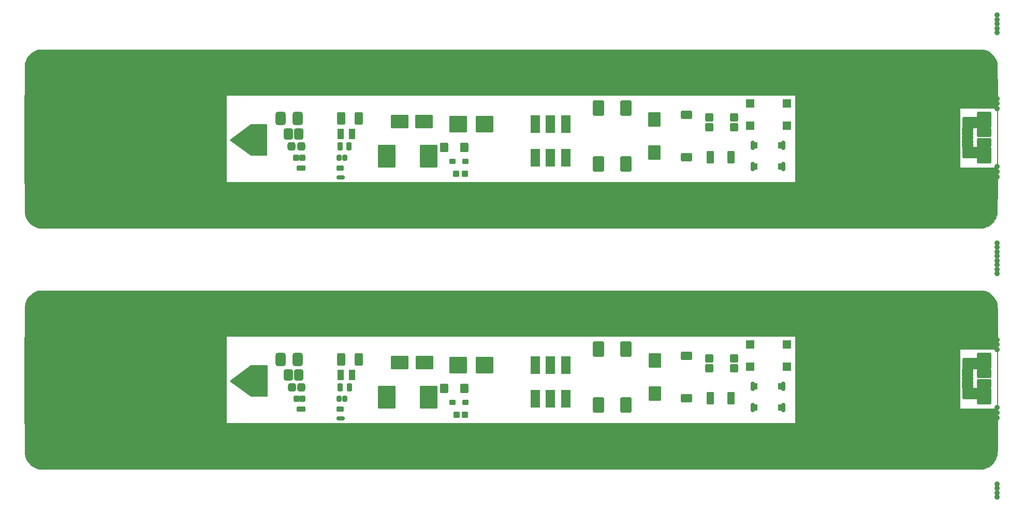
<source format=gbr>
G04 #@! TF.GenerationSoftware,KiCad,Pcbnew,8.0.2*
G04 #@! TF.CreationDate,2024-05-24T17:56:23+01:00*
G04 #@! TF.ProjectId,ruler,72756c65-722e-46b6-9963-61645f706362,rev?*
G04 #@! TF.SameCoordinates,Original*
G04 #@! TF.FileFunction,Soldermask,Top*
G04 #@! TF.FilePolarity,Negative*
%FSLAX45Y45*%
G04 Gerber Fmt 4.5, Leading zero omitted, Abs format (unit mm)*
G04 Created by KiCad (PCBNEW 8.0.2) date 2024-05-24 17:56:23*
%MOMM*%
%LPD*%
G01*
G04 APERTURE LIST*
G04 Aperture macros list*
%AMRoundRect*
0 Rectangle with rounded corners*
0 $1 Rounding radius*
0 $2 $3 $4 $5 $6 $7 $8 $9 X,Y pos of 4 corners*
0 Add a 4 corners polygon primitive as box body*
4,1,4,$2,$3,$4,$5,$6,$7,$8,$9,$2,$3,0*
0 Add four circle primitives for the rounded corners*
1,1,$1+$1,$2,$3*
1,1,$1+$1,$4,$5*
1,1,$1+$1,$6,$7*
1,1,$1+$1,$8,$9*
0 Add four rect primitives between the rounded corners*
20,1,$1+$1,$2,$3,$4,$5,0*
20,1,$1+$1,$4,$5,$6,$7,0*
20,1,$1+$1,$6,$7,$8,$9,0*
20,1,$1+$1,$8,$9,$2,$3,0*%
%AMFreePoly0*
4,1,21,0.586777,0.680194,0.656366,0.624698,0.694986,0.544504,0.700000,0.500000,0.700000,-0.500000,0.680194,-0.586777,0.624698,-0.656366,0.544504,-0.694986,0.500000,-0.700000,-0.500000,-0.700000,-0.586777,-0.680194,-0.656366,-0.624698,-0.694986,-0.544504,-0.700000,-0.500000,-0.700000,0.500000,-0.680194,0.586777,-0.624698,0.656366,-0.544504,0.694986,-0.500000,0.700000,0.500000,0.700000,
0.586777,0.680194,0.586777,0.680194,$1*%
%AMFreePoly1*
4,1,45,0.127504,0.686810,0.264055,0.646715,0.315837,0.623066,0.435559,0.546125,0.478580,0.508847,0.571777,0.401292,0.602554,0.353402,0.661673,0.223948,0.677710,0.169330,0.697964,0.028464,0.697964,-0.028464,0.677710,-0.169330,0.661673,-0.223948,0.602554,-0.353402,0.571777,-0.401292,0.478580,-0.508847,0.435559,-0.546125,0.315837,-0.623066,0.264055,-0.646715,0.127504,-0.686810,
0.071157,-0.694911,-0.071157,-0.694911,-0.127504,-0.686810,-0.264055,-0.646715,-0.315837,-0.623066,-0.435559,-0.546125,-0.478580,-0.508847,-0.571777,-0.401292,-0.602554,-0.353402,-0.661673,-0.223948,-0.677710,-0.169330,-0.697964,-0.028464,-0.697964,0.028464,-0.677710,0.169330,-0.661673,0.223948,-0.602554,0.353402,-0.571777,0.401292,-0.478580,0.508847,-0.435559,0.546125,-0.315837,0.623066,
-0.264055,0.646715,-0.127504,0.686810,-0.071157,0.694911,0.071157,0.694911,0.127504,0.686810,0.127504,0.686810,$1*%
G04 Aperture macros list end*
%ADD10C,0.150000*%
%ADD11C,0.010000*%
%ADD12RoundRect,0.200000X-0.450000X-0.600000X0.450000X-0.600000X0.450000X0.600000X-0.450000X0.600000X0*%
%ADD13RoundRect,0.200000X0.200000X0.300000X-0.200000X0.300000X-0.200000X-0.300000X0.200000X-0.300000X0*%
%ADD14FreePoly0,180.000000*%
%ADD15FreePoly1,180.000000*%
%ADD16RoundRect,0.200000X0.450000X0.850000X-0.450000X0.850000X-0.450000X-0.850000X0.450000X-0.850000X0*%
%ADD17RoundRect,0.200000X0.140000X0.215000X-0.140000X0.215000X-0.140000X-0.215000X0.140000X-0.215000X0*%
%ADD18RoundRect,0.200000X0.350000X0.650000X-0.350000X0.650000X-0.350000X-0.650000X0.350000X-0.650000X0*%
%ADD19RoundRect,0.200000X0.250000X0.450000X-0.250000X0.450000X-0.250000X-0.450000X0.250000X-0.450000X0*%
%ADD20RoundRect,0.200000X0.948690X-1.187450X0.948690X1.187450X-0.948690X1.187450X-0.948690X-1.187450X0*%
%ADD21RoundRect,0.200000X1.050290X-0.736600X1.050290X0.736600X-1.050290X0.736600X-1.050290X-0.736600X0*%
%ADD22RoundRect,0.200000X0.948690X-0.586740X0.948690X0.586740X-0.948690X0.586740X-0.948690X-0.586740X0*%
%ADD23RoundRect,0.200000X0.689610X-0.224790X0.689610X0.224790X-0.689610X0.224790X-0.689610X-0.224790X0*%
%ADD24C,0.900000*%
%ADD25RoundRect,0.175000X0.235000X0.175000X-0.235000X0.175000X-0.235000X-0.175000X0.235000X-0.175000X0*%
%ADD26RoundRect,0.200000X-0.245000X-0.200000X0.245000X-0.200000X0.245000X0.200000X-0.245000X0.200000X0*%
%ADD27RoundRect,0.200000X0.400000X0.850000X-0.400000X0.850000X-0.400000X-0.850000X0.400000X-0.850000X0*%
%ADD28RoundRect,0.200000X0.100000X0.550000X-0.100000X0.550000X-0.100000X-0.550000X0.100000X-0.550000X0*%
%ADD29RoundRect,0.200000X0.250000X0.350000X-0.250000X0.350000X-0.250000X-0.350000X0.250000X-0.350000X0*%
%ADD30RoundRect,0.200000X-0.800000X1.000000X-0.800000X-1.000000X0.800000X-1.000000X0.800000X1.000000X0*%
%ADD31RoundRect,0.200000X0.700000X1.050000X-0.700000X1.050000X-0.700000X-1.050000X0.700000X-1.050000X0*%
%ADD32RoundRect,0.200000X0.500380X0.500380X-0.500380X0.500380X-0.500380X-0.500380X0.500380X-0.500380X0*%
%ADD33RoundRect,0.200000X0.300000X0.350000X-0.300000X0.350000X-0.300000X-0.350000X0.300000X-0.350000X0*%
%ADD34RoundRect,0.200000X-1.250000X-0.900000X1.250000X-0.900000X1.250000X0.900000X-1.250000X0.900000X0*%
%ADD35RoundRect,0.200000X0.450000X0.500000X-0.450000X0.500000X-0.450000X-0.500000X0.450000X-0.500000X0*%
%ADD36RoundRect,0.200000X-1.250000X-1.150000X1.250000X-1.150000X1.250000X1.150000X-1.250000X1.150000X0*%
%ADD37RoundRect,0.200000X0.600000X1.250000X-0.600000X1.250000X-0.600000X-1.250000X0.600000X-1.250000X0*%
%ADD38RoundRect,0.200000X1.250000X-1.650000X1.250000X1.650000X-1.250000X1.650000X-1.250000X-1.650000X0*%
%ADD39RoundRect,0.200000X-0.300000X-0.225000X0.300000X-0.225000X0.300000X0.225000X-0.300000X0.225000X0*%
%ADD40RoundRect,0.200000X-0.700000X0.500000X-0.700000X-0.500000X0.700000X-0.500000X0.700000X0.500000X0*%
%ADD41RoundRect,0.330000X-0.495000X-0.745000X0.495000X-0.745000X0.495000X0.745000X-0.495000X0.745000X0*%
%ADD42RoundRect,0.336955X-0.438045X-0.563045X0.438045X-0.563045X0.438045X0.563045X-0.438045X0.563045X0*%
%ADD43RoundRect,0.318750X-0.318750X-0.356250X0.318750X-0.356250X0.318750X0.356250X-0.318750X0.356250X0*%
%ADD44RoundRect,0.250000X-0.250000X-0.270000X0.250000X-0.270000X0.250000X0.270000X-0.250000X0.270000X0*%
G04 APERTURE END LIST*
D10*
X10223084Y-10900000D02*
X9883084Y-10650000D01*
X10223084Y-10400000D01*
X10223084Y-10900000D01*
G36*
X10223084Y-10900000D02*
G01*
X9883084Y-10650000D01*
X10223084Y-10400000D01*
X10223084Y-10900000D01*
G37*
X10255084Y-10900000D02*
X10223084Y-10900000D01*
X10223084Y-10400000D01*
X10255084Y-10400000D01*
X10255084Y-10900000D01*
G36*
X10255084Y-10900000D02*
G01*
X10223084Y-10900000D01*
X10223084Y-10400000D01*
X10255084Y-10400000D01*
X10255084Y-10900000D01*
G37*
X10483084Y-10780000D02*
X10483084Y-10900000D01*
X10253084Y-10900000D01*
X10253084Y-10400000D01*
X10483084Y-10400000D01*
X10483084Y-10780000D01*
G36*
X10483084Y-10780000D02*
G01*
X10483084Y-10900000D01*
X10253084Y-10900000D01*
X10253084Y-10400000D01*
X10483084Y-10400000D01*
X10483084Y-10780000D01*
G37*
D11*
X22227452Y-9178421D02*
X22242759Y-9183574D01*
X22259913Y-9190723D01*
X22277569Y-9199205D01*
X22294386Y-9208357D01*
X22309021Y-9217516D01*
X22314498Y-9221433D01*
X22341246Y-9244190D01*
X22364837Y-9269694D01*
X22385141Y-9297734D01*
X22402026Y-9328096D01*
X22415363Y-9360568D01*
X22425020Y-9394938D01*
X22426957Y-9404395D01*
X22427219Y-9405931D01*
X22427469Y-9407770D01*
X22427706Y-9410014D01*
X22427931Y-9412767D01*
X22428145Y-9416133D01*
X22428347Y-9420216D01*
X22428538Y-9425119D01*
X22428718Y-9430946D01*
X22428887Y-9437800D01*
X22429047Y-9445785D01*
X22429196Y-9455004D01*
X22429336Y-9465562D01*
X22429467Y-9477561D01*
X22429589Y-9491105D01*
X22429702Y-9506299D01*
X22429807Y-9523245D01*
X22429904Y-9542046D01*
X22429994Y-9562808D01*
X22430076Y-9585632D01*
X22430151Y-9610624D01*
X22430219Y-9637886D01*
X22430281Y-9667522D01*
X22430337Y-9699635D01*
X22430386Y-9734330D01*
X22430431Y-9771709D01*
X22430470Y-9811877D01*
X22430504Y-9854937D01*
X22430534Y-9900992D01*
X22430560Y-9950147D01*
X22430582Y-10002504D01*
X22430600Y-10058168D01*
X22430614Y-10117241D01*
X22430626Y-10179828D01*
X22430635Y-10246032D01*
X22430642Y-10315957D01*
X22430647Y-10389706D01*
X22430650Y-10467383D01*
X22430651Y-10549092D01*
X22430652Y-10630418D01*
X22430651Y-10715986D01*
X22430650Y-10797424D01*
X22430647Y-10874837D01*
X22430643Y-10948328D01*
X22430636Y-11018000D01*
X22430628Y-11083959D01*
X22430617Y-11146307D01*
X22430603Y-11205148D01*
X22430585Y-11260587D01*
X22430564Y-11312727D01*
X22430540Y-11361672D01*
X22430511Y-11407525D01*
X22430477Y-11450391D01*
X22430439Y-11490374D01*
X22430395Y-11527576D01*
X22430346Y-11562103D01*
X22430291Y-11594057D01*
X22430230Y-11623544D01*
X22430163Y-11650665D01*
X22430089Y-11675526D01*
X22430007Y-11698230D01*
X22429919Y-11718882D01*
X22429822Y-11737583D01*
X22429718Y-11754440D01*
X22429605Y-11769555D01*
X22429483Y-11783032D01*
X22429352Y-11794975D01*
X22429212Y-11805489D01*
X22429063Y-11814676D01*
X22428903Y-11822640D01*
X22428733Y-11829486D01*
X22428553Y-11835317D01*
X22428361Y-11840237D01*
X22428158Y-11844351D01*
X22427944Y-11847760D01*
X22427718Y-11850570D01*
X22427479Y-11852885D01*
X22427228Y-11854808D01*
X22426964Y-11856442D01*
X22426857Y-11857027D01*
X22419289Y-11887667D01*
X22408374Y-11918052D01*
X22394598Y-11947031D01*
X22378445Y-11973449D01*
X22377026Y-11975472D01*
X22367546Y-11987647D01*
X22355760Y-12000965D01*
X22342740Y-12014342D01*
X22329557Y-12026691D01*
X22317283Y-12036928D01*
X22313765Y-12039550D01*
X22286877Y-12056939D01*
X22259389Y-12070675D01*
X22230153Y-12081300D01*
X22218224Y-12084667D01*
X22198413Y-12089860D01*
X14477574Y-12089720D01*
X6756735Y-12089581D01*
X6737685Y-12084764D01*
X6705407Y-12074476D01*
X6675008Y-12060533D01*
X6646717Y-12043182D01*
X6620767Y-12022667D01*
X6597388Y-11999234D01*
X6576811Y-11973129D01*
X6559268Y-11944597D01*
X6544990Y-11913884D01*
X6534208Y-11881235D01*
X6530236Y-11864435D01*
X6529124Y-11858660D01*
X6528129Y-11852537D01*
X6527246Y-11845812D01*
X6526466Y-11838232D01*
X6525785Y-11829543D01*
X6525195Y-11819490D01*
X6524690Y-11807819D01*
X6524264Y-11794277D01*
X6523910Y-11778609D01*
X6523622Y-11760562D01*
X6523393Y-11739882D01*
X6523217Y-11716314D01*
X6523088Y-11689604D01*
X6522998Y-11659499D01*
X6522942Y-11625745D01*
X6522913Y-11588087D01*
X6522908Y-11576039D01*
X6522876Y-11535658D01*
X6522805Y-11499288D01*
X6522694Y-11466952D01*
X6522545Y-11438675D01*
X6522358Y-11414481D01*
X6522132Y-11394393D01*
X6521868Y-11378435D01*
X6521567Y-11366631D01*
X6521228Y-11359005D01*
X6520851Y-11355581D01*
X6520727Y-11355377D01*
X6520504Y-11353261D01*
X6520294Y-11346915D01*
X6520215Y-11342677D01*
X9820610Y-11342677D01*
X19121243Y-11342677D01*
X19121243Y-11105610D01*
X21817877Y-11105610D01*
X22427477Y-11105610D01*
X22427477Y-10129827D01*
X21817877Y-10129827D01*
X21817877Y-11105610D01*
X19121243Y-11105610D01*
X19121243Y-10129827D01*
X19121243Y-9920277D01*
X9820610Y-9920277D01*
X9820610Y-11342677D01*
X6520215Y-11342677D01*
X6520097Y-11336345D01*
X6519911Y-11321553D01*
X6519738Y-11302544D01*
X6519577Y-11279322D01*
X6519429Y-11251890D01*
X6519292Y-11220254D01*
X6519169Y-11184416D01*
X6519057Y-11144382D01*
X6518958Y-11100154D01*
X6518871Y-11051737D01*
X6518797Y-10999135D01*
X6518735Y-10942352D01*
X6518685Y-10881393D01*
X6518648Y-10816260D01*
X6518624Y-10746958D01*
X6518611Y-10673492D01*
X6518610Y-10636768D01*
X6518616Y-10561305D01*
X6518635Y-10490005D01*
X6518666Y-10422871D01*
X6518710Y-10359909D01*
X6518766Y-10301122D01*
X6518834Y-10246514D01*
X6518915Y-10196089D01*
X6519008Y-10149851D01*
X6519113Y-10107804D01*
X6519231Y-10069952D01*
X6519362Y-10036299D01*
X6519504Y-10006850D01*
X6519659Y-9981608D01*
X6519826Y-9960577D01*
X6520006Y-9943762D01*
X6520198Y-9931166D01*
X6520402Y-9922793D01*
X6520533Y-9920277D01*
X6520618Y-9918647D01*
X6520727Y-9918160D01*
X6521110Y-9916047D01*
X6521456Y-9909724D01*
X6521766Y-9899214D01*
X6522040Y-9884539D01*
X6522276Y-9865722D01*
X6522475Y-9842786D01*
X6522637Y-9815755D01*
X6522761Y-9784650D01*
X6522847Y-9749495D01*
X6522896Y-9710313D01*
X6522905Y-9691148D01*
X6522932Y-9659877D01*
X6522994Y-9629374D01*
X6523088Y-9599958D01*
X6523212Y-9571948D01*
X6523364Y-9545662D01*
X6523540Y-9521419D01*
X6523739Y-9499538D01*
X6523957Y-9480337D01*
X6524193Y-9464135D01*
X6524443Y-9451251D01*
X6524704Y-9442003D01*
X6524941Y-9437153D01*
X6529138Y-9402860D01*
X6536626Y-9370799D01*
X6547566Y-9340350D01*
X6553576Y-9327177D01*
X6570735Y-9296632D01*
X6591101Y-9268782D01*
X6614487Y-9243796D01*
X6640704Y-9221840D01*
X6669565Y-9203082D01*
X6700881Y-9187688D01*
X6717577Y-9181243D01*
X6737685Y-9174152D01*
X14473043Y-9173599D01*
X22208402Y-9173046D01*
X22227452Y-9178421D01*
G36*
X22227452Y-9178421D02*
G01*
X22242759Y-9183574D01*
X22259913Y-9190723D01*
X22277569Y-9199205D01*
X22294386Y-9208357D01*
X22309021Y-9217516D01*
X22314498Y-9221433D01*
X22341246Y-9244190D01*
X22364837Y-9269694D01*
X22385141Y-9297734D01*
X22402026Y-9328096D01*
X22415363Y-9360568D01*
X22425020Y-9394938D01*
X22426957Y-9404395D01*
X22427219Y-9405931D01*
X22427469Y-9407770D01*
X22427706Y-9410014D01*
X22427931Y-9412767D01*
X22428145Y-9416133D01*
X22428347Y-9420216D01*
X22428538Y-9425119D01*
X22428718Y-9430946D01*
X22428887Y-9437800D01*
X22429047Y-9445785D01*
X22429196Y-9455004D01*
X22429336Y-9465562D01*
X22429467Y-9477561D01*
X22429589Y-9491105D01*
X22429702Y-9506299D01*
X22429807Y-9523245D01*
X22429904Y-9542046D01*
X22429994Y-9562808D01*
X22430076Y-9585632D01*
X22430151Y-9610624D01*
X22430219Y-9637886D01*
X22430281Y-9667522D01*
X22430337Y-9699635D01*
X22430386Y-9734330D01*
X22430431Y-9771709D01*
X22430470Y-9811877D01*
X22430504Y-9854937D01*
X22430534Y-9900992D01*
X22430560Y-9950147D01*
X22430582Y-10002504D01*
X22430600Y-10058168D01*
X22430614Y-10117241D01*
X22430626Y-10179828D01*
X22430635Y-10246032D01*
X22430642Y-10315957D01*
X22430647Y-10389706D01*
X22430650Y-10467383D01*
X22430651Y-10549092D01*
X22430652Y-10630418D01*
X22430651Y-10715986D01*
X22430650Y-10797424D01*
X22430647Y-10874837D01*
X22430643Y-10948328D01*
X22430636Y-11018000D01*
X22430628Y-11083959D01*
X22430617Y-11146307D01*
X22430603Y-11205148D01*
X22430585Y-11260587D01*
X22430564Y-11312727D01*
X22430540Y-11361672D01*
X22430511Y-11407525D01*
X22430477Y-11450391D01*
X22430439Y-11490374D01*
X22430395Y-11527576D01*
X22430346Y-11562103D01*
X22430291Y-11594057D01*
X22430230Y-11623544D01*
X22430163Y-11650665D01*
X22430089Y-11675526D01*
X22430007Y-11698230D01*
X22429919Y-11718882D01*
X22429822Y-11737583D01*
X22429718Y-11754440D01*
X22429605Y-11769555D01*
X22429483Y-11783032D01*
X22429352Y-11794975D01*
X22429212Y-11805489D01*
X22429063Y-11814676D01*
X22428903Y-11822640D01*
X22428733Y-11829486D01*
X22428553Y-11835317D01*
X22428361Y-11840237D01*
X22428158Y-11844351D01*
X22427944Y-11847760D01*
X22427718Y-11850570D01*
X22427479Y-11852885D01*
X22427228Y-11854808D01*
X22426964Y-11856442D01*
X22426857Y-11857027D01*
X22419289Y-11887667D01*
X22408374Y-11918052D01*
X22394598Y-11947031D01*
X22378445Y-11973449D01*
X22377026Y-11975472D01*
X22367546Y-11987647D01*
X22355760Y-12000965D01*
X22342740Y-12014342D01*
X22329557Y-12026691D01*
X22317283Y-12036928D01*
X22313765Y-12039550D01*
X22286877Y-12056939D01*
X22259389Y-12070675D01*
X22230153Y-12081300D01*
X22218224Y-12084667D01*
X22198413Y-12089860D01*
X14477574Y-12089720D01*
X6756735Y-12089581D01*
X6737685Y-12084764D01*
X6705407Y-12074476D01*
X6675008Y-12060533D01*
X6646717Y-12043182D01*
X6620767Y-12022667D01*
X6597388Y-11999234D01*
X6576811Y-11973129D01*
X6559268Y-11944597D01*
X6544990Y-11913884D01*
X6534208Y-11881235D01*
X6530236Y-11864435D01*
X6529124Y-11858660D01*
X6528129Y-11852537D01*
X6527246Y-11845812D01*
X6526466Y-11838232D01*
X6525785Y-11829543D01*
X6525195Y-11819490D01*
X6524690Y-11807819D01*
X6524264Y-11794277D01*
X6523910Y-11778609D01*
X6523622Y-11760562D01*
X6523393Y-11739882D01*
X6523217Y-11716314D01*
X6523088Y-11689604D01*
X6522998Y-11659499D01*
X6522942Y-11625745D01*
X6522913Y-11588087D01*
X6522908Y-11576039D01*
X6522876Y-11535658D01*
X6522805Y-11499288D01*
X6522694Y-11466952D01*
X6522545Y-11438675D01*
X6522358Y-11414481D01*
X6522132Y-11394393D01*
X6521868Y-11378435D01*
X6521567Y-11366631D01*
X6521228Y-11359005D01*
X6520851Y-11355581D01*
X6520727Y-11355377D01*
X6520504Y-11353261D01*
X6520294Y-11346915D01*
X6520215Y-11342677D01*
X9820610Y-11342677D01*
X19121243Y-11342677D01*
X19121243Y-11105610D01*
X21817877Y-11105610D01*
X22427477Y-11105610D01*
X22427477Y-10129827D01*
X21817877Y-10129827D01*
X21817877Y-11105610D01*
X19121243Y-11105610D01*
X19121243Y-10129827D01*
X19121243Y-9920277D01*
X9820610Y-9920277D01*
X9820610Y-11342677D01*
X6520215Y-11342677D01*
X6520097Y-11336345D01*
X6519911Y-11321553D01*
X6519738Y-11302544D01*
X6519577Y-11279322D01*
X6519429Y-11251890D01*
X6519292Y-11220254D01*
X6519169Y-11184416D01*
X6519057Y-11144382D01*
X6518958Y-11100154D01*
X6518871Y-11051737D01*
X6518797Y-10999135D01*
X6518735Y-10942352D01*
X6518685Y-10881393D01*
X6518648Y-10816260D01*
X6518624Y-10746958D01*
X6518611Y-10673492D01*
X6518610Y-10636768D01*
X6518616Y-10561305D01*
X6518635Y-10490005D01*
X6518666Y-10422871D01*
X6518710Y-10359909D01*
X6518766Y-10301122D01*
X6518834Y-10246514D01*
X6518915Y-10196089D01*
X6519008Y-10149851D01*
X6519113Y-10107804D01*
X6519231Y-10069952D01*
X6519362Y-10036299D01*
X6519504Y-10006850D01*
X6519659Y-9981608D01*
X6519826Y-9960577D01*
X6520006Y-9943762D01*
X6520198Y-9931166D01*
X6520402Y-9922793D01*
X6520533Y-9920277D01*
X6520618Y-9918647D01*
X6520727Y-9918160D01*
X6521110Y-9916047D01*
X6521456Y-9909724D01*
X6521766Y-9899214D01*
X6522040Y-9884539D01*
X6522276Y-9865722D01*
X6522475Y-9842786D01*
X6522637Y-9815755D01*
X6522761Y-9784650D01*
X6522847Y-9749495D01*
X6522896Y-9710313D01*
X6522905Y-9691148D01*
X6522932Y-9659877D01*
X6522994Y-9629374D01*
X6523088Y-9599958D01*
X6523212Y-9571948D01*
X6523364Y-9545662D01*
X6523540Y-9521419D01*
X6523739Y-9499538D01*
X6523957Y-9480337D01*
X6524193Y-9464135D01*
X6524443Y-9451251D01*
X6524704Y-9442003D01*
X6524941Y-9437153D01*
X6529138Y-9402860D01*
X6536626Y-9370799D01*
X6547566Y-9340350D01*
X6553576Y-9327177D01*
X6570735Y-9296632D01*
X6591101Y-9268782D01*
X6614487Y-9243796D01*
X6640704Y-9221840D01*
X6669565Y-9203082D01*
X6700881Y-9187688D01*
X6717577Y-9181243D01*
X6737685Y-9174152D01*
X14473043Y-9173599D01*
X22208402Y-9173046D01*
X22227452Y-9178421D01*
G37*
D10*
X10224084Y-14845400D02*
X9884084Y-14595400D01*
X10224084Y-14345400D01*
X10224084Y-14845400D01*
G36*
X10224084Y-14845400D02*
G01*
X9884084Y-14595400D01*
X10224084Y-14345400D01*
X10224084Y-14845400D01*
G37*
X10256084Y-14845400D02*
X10224084Y-14845400D01*
X10224084Y-14345400D01*
X10256084Y-14345400D01*
X10256084Y-14845400D01*
G36*
X10256084Y-14845400D02*
G01*
X10224084Y-14845400D01*
X10224084Y-14345400D01*
X10256084Y-14345400D01*
X10256084Y-14845400D01*
G37*
X10484084Y-14725400D02*
X10484084Y-14845400D01*
X10254084Y-14845400D01*
X10254084Y-14345400D01*
X10484084Y-14345400D01*
X10484084Y-14725400D01*
G36*
X10484084Y-14725400D02*
G01*
X10484084Y-14845400D01*
X10254084Y-14845400D01*
X10254084Y-14345400D01*
X10484084Y-14345400D01*
X10484084Y-14725400D01*
G37*
D11*
X22228452Y-13123821D02*
X22243759Y-13128973D01*
X22260913Y-13136122D01*
X22278569Y-13144605D01*
X22295386Y-13153757D01*
X22310021Y-13162916D01*
X22315498Y-13166833D01*
X22342246Y-13189590D01*
X22365837Y-13215094D01*
X22386141Y-13243133D01*
X22403026Y-13273495D01*
X22416363Y-13305968D01*
X22426020Y-13340338D01*
X22427957Y-13349795D01*
X22428219Y-13351331D01*
X22428469Y-13353170D01*
X22428706Y-13355414D01*
X22428931Y-13358167D01*
X22429145Y-13361533D01*
X22429347Y-13365616D01*
X22429538Y-13370519D01*
X22429718Y-13376346D01*
X22429887Y-13383200D01*
X22430047Y-13391185D01*
X22430196Y-13400404D01*
X22430336Y-13410962D01*
X22430467Y-13422961D01*
X22430589Y-13436505D01*
X22430702Y-13451699D01*
X22430807Y-13468644D01*
X22430904Y-13487446D01*
X22430994Y-13508208D01*
X22431076Y-13531032D01*
X22431151Y-13556024D01*
X22431219Y-13583286D01*
X22431281Y-13612922D01*
X22431337Y-13645035D01*
X22431386Y-13679730D01*
X22431431Y-13717109D01*
X22431470Y-13757277D01*
X22431504Y-13800337D01*
X22431534Y-13846392D01*
X22431560Y-13895547D01*
X22431582Y-13947904D01*
X22431600Y-14003567D01*
X22431614Y-14062641D01*
X22431626Y-14125228D01*
X22431635Y-14191432D01*
X22431642Y-14261357D01*
X22431647Y-14335106D01*
X22431650Y-14412783D01*
X22431651Y-14494492D01*
X22431652Y-14575818D01*
X22431651Y-14661386D01*
X22431650Y-14742824D01*
X22431647Y-14820237D01*
X22431643Y-14893728D01*
X22431636Y-14963400D01*
X22431628Y-15029359D01*
X22431617Y-15091707D01*
X22431603Y-15150548D01*
X22431585Y-15205987D01*
X22431564Y-15258127D01*
X22431540Y-15307072D01*
X22431511Y-15352925D01*
X22431477Y-15395791D01*
X22431439Y-15435774D01*
X22431395Y-15472976D01*
X22431346Y-15507503D01*
X22431291Y-15539457D01*
X22431230Y-15568944D01*
X22431163Y-15596065D01*
X22431089Y-15620926D01*
X22431007Y-15643630D01*
X22430919Y-15664282D01*
X22430822Y-15682983D01*
X22430718Y-15699840D01*
X22430605Y-15714955D01*
X22430483Y-15728432D01*
X22430352Y-15740375D01*
X22430212Y-15750889D01*
X22430063Y-15760076D01*
X22429903Y-15768040D01*
X22429733Y-15774886D01*
X22429553Y-15780717D01*
X22429361Y-15785637D01*
X22429158Y-15789751D01*
X22428944Y-15793160D01*
X22428718Y-15795970D01*
X22428479Y-15798285D01*
X22428228Y-15800208D01*
X22427964Y-15801842D01*
X22427857Y-15802427D01*
X22420289Y-15833067D01*
X22409374Y-15863452D01*
X22395598Y-15892431D01*
X22379445Y-15918849D01*
X22378026Y-15920872D01*
X22368546Y-15933047D01*
X22356760Y-15946365D01*
X22343740Y-15959742D01*
X22330557Y-15972091D01*
X22318283Y-15982328D01*
X22314765Y-15984950D01*
X22287877Y-16002339D01*
X22260389Y-16016075D01*
X22231153Y-16026700D01*
X22219224Y-16030067D01*
X22199413Y-16035260D01*
X14478574Y-16035120D01*
X6757735Y-16034981D01*
X6738685Y-16030164D01*
X6706407Y-16019876D01*
X6676008Y-16005933D01*
X6647717Y-15988582D01*
X6621767Y-15968067D01*
X6598388Y-15944634D01*
X6577811Y-15918529D01*
X6560268Y-15889997D01*
X6545990Y-15859284D01*
X6535208Y-15826635D01*
X6531236Y-15809835D01*
X6530124Y-15804060D01*
X6529129Y-15797937D01*
X6528246Y-15791212D01*
X6527466Y-15783632D01*
X6526785Y-15774943D01*
X6526195Y-15764890D01*
X6525690Y-15753219D01*
X6525264Y-15739677D01*
X6524910Y-15724009D01*
X6524622Y-15705962D01*
X6524393Y-15685282D01*
X6524217Y-15661714D01*
X6524088Y-15635004D01*
X6523998Y-15604899D01*
X6523942Y-15571145D01*
X6523913Y-15533487D01*
X6523908Y-15521439D01*
X6523876Y-15481058D01*
X6523805Y-15444688D01*
X6523694Y-15412352D01*
X6523545Y-15384075D01*
X6523358Y-15359881D01*
X6523132Y-15339793D01*
X6522868Y-15323835D01*
X6522567Y-15312031D01*
X6522228Y-15304405D01*
X6521851Y-15300981D01*
X6521727Y-15300777D01*
X6521504Y-15298661D01*
X6521294Y-15292315D01*
X6521215Y-15288077D01*
X9821610Y-15288077D01*
X19122243Y-15288077D01*
X19122243Y-15051010D01*
X21818877Y-15051010D01*
X22428477Y-15051010D01*
X22428477Y-14075227D01*
X21818877Y-14075227D01*
X21818877Y-15051010D01*
X19122243Y-15051010D01*
X19122243Y-14075227D01*
X19122243Y-13865677D01*
X9821610Y-13865677D01*
X9821610Y-15288077D01*
X6521215Y-15288077D01*
X6521097Y-15281745D01*
X6520911Y-15266953D01*
X6520738Y-15247944D01*
X6520577Y-15224722D01*
X6520429Y-15197290D01*
X6520292Y-15165654D01*
X6520169Y-15129816D01*
X6520057Y-15089782D01*
X6519958Y-15045554D01*
X6519871Y-14997137D01*
X6519797Y-14944535D01*
X6519735Y-14887752D01*
X6519685Y-14826793D01*
X6519648Y-14761660D01*
X6519624Y-14692358D01*
X6519611Y-14618892D01*
X6519610Y-14582168D01*
X6519616Y-14506705D01*
X6519635Y-14435405D01*
X6519666Y-14368271D01*
X6519710Y-14305309D01*
X6519766Y-14246522D01*
X6519834Y-14191914D01*
X6519915Y-14141488D01*
X6520008Y-14095250D01*
X6520113Y-14053204D01*
X6520231Y-14015352D01*
X6520362Y-13981699D01*
X6520504Y-13952250D01*
X6520659Y-13927008D01*
X6520826Y-13905977D01*
X6521006Y-13889162D01*
X6521198Y-13876565D01*
X6521402Y-13868193D01*
X6521533Y-13865677D01*
X6521618Y-13864047D01*
X6521727Y-13863560D01*
X6522110Y-13861447D01*
X6522456Y-13855124D01*
X6522766Y-13844614D01*
X6523040Y-13829938D01*
X6523276Y-13811122D01*
X6523475Y-13788186D01*
X6523637Y-13761155D01*
X6523761Y-13730050D01*
X6523847Y-13694895D01*
X6523896Y-13655713D01*
X6523905Y-13636547D01*
X6523932Y-13605277D01*
X6523994Y-13574774D01*
X6524088Y-13545358D01*
X6524212Y-13517348D01*
X6524364Y-13491062D01*
X6524540Y-13466819D01*
X6524739Y-13444938D01*
X6524957Y-13425737D01*
X6525193Y-13409535D01*
X6525443Y-13396651D01*
X6525704Y-13387403D01*
X6525941Y-13382553D01*
X6530138Y-13348260D01*
X6537626Y-13316199D01*
X6548566Y-13285750D01*
X6554576Y-13272576D01*
X6571735Y-13242032D01*
X6592101Y-13214182D01*
X6615487Y-13189196D01*
X6641704Y-13167240D01*
X6670565Y-13148482D01*
X6701881Y-13133088D01*
X6718577Y-13126643D01*
X6738685Y-13119552D01*
X14474043Y-13118999D01*
X22209402Y-13118446D01*
X22228452Y-13123821D01*
G36*
X22228452Y-13123821D02*
G01*
X22243759Y-13128973D01*
X22260913Y-13136122D01*
X22278569Y-13144605D01*
X22295386Y-13153757D01*
X22310021Y-13162916D01*
X22315498Y-13166833D01*
X22342246Y-13189590D01*
X22365837Y-13215094D01*
X22386141Y-13243133D01*
X22403026Y-13273495D01*
X22416363Y-13305968D01*
X22426020Y-13340338D01*
X22427957Y-13349795D01*
X22428219Y-13351331D01*
X22428469Y-13353170D01*
X22428706Y-13355414D01*
X22428931Y-13358167D01*
X22429145Y-13361533D01*
X22429347Y-13365616D01*
X22429538Y-13370519D01*
X22429718Y-13376346D01*
X22429887Y-13383200D01*
X22430047Y-13391185D01*
X22430196Y-13400404D01*
X22430336Y-13410962D01*
X22430467Y-13422961D01*
X22430589Y-13436505D01*
X22430702Y-13451699D01*
X22430807Y-13468644D01*
X22430904Y-13487446D01*
X22430994Y-13508208D01*
X22431076Y-13531032D01*
X22431151Y-13556024D01*
X22431219Y-13583286D01*
X22431281Y-13612922D01*
X22431337Y-13645035D01*
X22431386Y-13679730D01*
X22431431Y-13717109D01*
X22431470Y-13757277D01*
X22431504Y-13800337D01*
X22431534Y-13846392D01*
X22431560Y-13895547D01*
X22431582Y-13947904D01*
X22431600Y-14003567D01*
X22431614Y-14062641D01*
X22431626Y-14125228D01*
X22431635Y-14191432D01*
X22431642Y-14261357D01*
X22431647Y-14335106D01*
X22431650Y-14412783D01*
X22431651Y-14494492D01*
X22431652Y-14575818D01*
X22431651Y-14661386D01*
X22431650Y-14742824D01*
X22431647Y-14820237D01*
X22431643Y-14893728D01*
X22431636Y-14963400D01*
X22431628Y-15029359D01*
X22431617Y-15091707D01*
X22431603Y-15150548D01*
X22431585Y-15205987D01*
X22431564Y-15258127D01*
X22431540Y-15307072D01*
X22431511Y-15352925D01*
X22431477Y-15395791D01*
X22431439Y-15435774D01*
X22431395Y-15472976D01*
X22431346Y-15507503D01*
X22431291Y-15539457D01*
X22431230Y-15568944D01*
X22431163Y-15596065D01*
X22431089Y-15620926D01*
X22431007Y-15643630D01*
X22430919Y-15664282D01*
X22430822Y-15682983D01*
X22430718Y-15699840D01*
X22430605Y-15714955D01*
X22430483Y-15728432D01*
X22430352Y-15740375D01*
X22430212Y-15750889D01*
X22430063Y-15760076D01*
X22429903Y-15768040D01*
X22429733Y-15774886D01*
X22429553Y-15780717D01*
X22429361Y-15785637D01*
X22429158Y-15789751D01*
X22428944Y-15793160D01*
X22428718Y-15795970D01*
X22428479Y-15798285D01*
X22428228Y-15800208D01*
X22427964Y-15801842D01*
X22427857Y-15802427D01*
X22420289Y-15833067D01*
X22409374Y-15863452D01*
X22395598Y-15892431D01*
X22379445Y-15918849D01*
X22378026Y-15920872D01*
X22368546Y-15933047D01*
X22356760Y-15946365D01*
X22343740Y-15959742D01*
X22330557Y-15972091D01*
X22318283Y-15982328D01*
X22314765Y-15984950D01*
X22287877Y-16002339D01*
X22260389Y-16016075D01*
X22231153Y-16026700D01*
X22219224Y-16030067D01*
X22199413Y-16035260D01*
X14478574Y-16035120D01*
X6757735Y-16034981D01*
X6738685Y-16030164D01*
X6706407Y-16019876D01*
X6676008Y-16005933D01*
X6647717Y-15988582D01*
X6621767Y-15968067D01*
X6598388Y-15944634D01*
X6577811Y-15918529D01*
X6560268Y-15889997D01*
X6545990Y-15859284D01*
X6535208Y-15826635D01*
X6531236Y-15809835D01*
X6530124Y-15804060D01*
X6529129Y-15797937D01*
X6528246Y-15791212D01*
X6527466Y-15783632D01*
X6526785Y-15774943D01*
X6526195Y-15764890D01*
X6525690Y-15753219D01*
X6525264Y-15739677D01*
X6524910Y-15724009D01*
X6524622Y-15705962D01*
X6524393Y-15685282D01*
X6524217Y-15661714D01*
X6524088Y-15635004D01*
X6523998Y-15604899D01*
X6523942Y-15571145D01*
X6523913Y-15533487D01*
X6523908Y-15521439D01*
X6523876Y-15481058D01*
X6523805Y-15444688D01*
X6523694Y-15412352D01*
X6523545Y-15384075D01*
X6523358Y-15359881D01*
X6523132Y-15339793D01*
X6522868Y-15323835D01*
X6522567Y-15312031D01*
X6522228Y-15304405D01*
X6521851Y-15300981D01*
X6521727Y-15300777D01*
X6521504Y-15298661D01*
X6521294Y-15292315D01*
X6521215Y-15288077D01*
X9821610Y-15288077D01*
X19122243Y-15288077D01*
X19122243Y-15051010D01*
X21818877Y-15051010D01*
X22428477Y-15051010D01*
X22428477Y-14075227D01*
X21818877Y-14075227D01*
X21818877Y-15051010D01*
X19122243Y-15051010D01*
X19122243Y-14075227D01*
X19122243Y-13865677D01*
X9821610Y-13865677D01*
X9821610Y-15288077D01*
X6521215Y-15288077D01*
X6521097Y-15281745D01*
X6520911Y-15266953D01*
X6520738Y-15247944D01*
X6520577Y-15224722D01*
X6520429Y-15197290D01*
X6520292Y-15165654D01*
X6520169Y-15129816D01*
X6520057Y-15089782D01*
X6519958Y-15045554D01*
X6519871Y-14997137D01*
X6519797Y-14944535D01*
X6519735Y-14887752D01*
X6519685Y-14826793D01*
X6519648Y-14761660D01*
X6519624Y-14692358D01*
X6519611Y-14618892D01*
X6519610Y-14582168D01*
X6519616Y-14506705D01*
X6519635Y-14435405D01*
X6519666Y-14368271D01*
X6519710Y-14305309D01*
X6519766Y-14246522D01*
X6519834Y-14191914D01*
X6519915Y-14141488D01*
X6520008Y-14095250D01*
X6520113Y-14053204D01*
X6520231Y-14015352D01*
X6520362Y-13981699D01*
X6520504Y-13952250D01*
X6520659Y-13927008D01*
X6520826Y-13905977D01*
X6521006Y-13889162D01*
X6521198Y-13876565D01*
X6521402Y-13868193D01*
X6521533Y-13865677D01*
X6521618Y-13864047D01*
X6521727Y-13863560D01*
X6522110Y-13861447D01*
X6522456Y-13855124D01*
X6522766Y-13844614D01*
X6523040Y-13829938D01*
X6523276Y-13811122D01*
X6523475Y-13788186D01*
X6523637Y-13761155D01*
X6523761Y-13730050D01*
X6523847Y-13694895D01*
X6523896Y-13655713D01*
X6523905Y-13636547D01*
X6523932Y-13605277D01*
X6523994Y-13574774D01*
X6524088Y-13545358D01*
X6524212Y-13517348D01*
X6524364Y-13491062D01*
X6524540Y-13466819D01*
X6524739Y-13444938D01*
X6524957Y-13425737D01*
X6525193Y-13409535D01*
X6525443Y-13396651D01*
X6525704Y-13387403D01*
X6525941Y-13382553D01*
X6530138Y-13348260D01*
X6537626Y-13316199D01*
X6548566Y-13285750D01*
X6554576Y-13272576D01*
X6571735Y-13242032D01*
X6592101Y-13214182D01*
X6615487Y-13189196D01*
X6641704Y-13167240D01*
X6670565Y-13148482D01*
X6701881Y-13133088D01*
X6718577Y-13126643D01*
X6738685Y-13119552D01*
X14474043Y-13118999D01*
X22209402Y-13118446D01*
X22228452Y-13123821D01*
G37*
D12*
X13385600Y-10771600D03*
X13715600Y-10771600D03*
D13*
X11754200Y-10945000D03*
X11664200Y-10945000D03*
D14*
X10153074Y-10650000D03*
D15*
X10323000Y-10650000D03*
D16*
X11989200Y-10296400D03*
X11699200Y-10296400D03*
D17*
X11710200Y-11110000D03*
X11658200Y-11110000D03*
D18*
X11879200Y-10550400D03*
X11689200Y-10550400D03*
D19*
X11829200Y-10757550D03*
X11679200Y-10757550D03*
D20*
X22212000Y-10901658D03*
D21*
X21982130Y-10856446D03*
D22*
X22212000Y-10694140D03*
X22212000Y-10526500D03*
D21*
X21982130Y-10364194D03*
D20*
X22212000Y-10318982D03*
D23*
X21946062Y-10740368D03*
X21946062Y-10675344D03*
X21946062Y-10610320D03*
X21946062Y-10545296D03*
X21946062Y-10480272D03*
D24*
X22423147Y-8822389D03*
X22423147Y-8894676D03*
X22423147Y-8750102D03*
X22423147Y-12408449D03*
X22423147Y-12480736D03*
X22423147Y-12336162D03*
X22423147Y-9971831D03*
X22423147Y-10054864D03*
X22423147Y-10137899D03*
X22423147Y-11085668D03*
X22423147Y-11168701D03*
X22423147Y-11251735D03*
X22423444Y-8679382D03*
X22424691Y-8605794D03*
X22424691Y-12550870D03*
D25*
X11713200Y-11260000D03*
X11665200Y-11260000D03*
D26*
X11012900Y-11110000D03*
X11073900Y-11110000D03*
D27*
X18076400Y-10936200D03*
X17736400Y-10936200D03*
D28*
X18925100Y-11084400D03*
D29*
X18890100Y-11084400D03*
X18465100Y-11084400D03*
D28*
X18430100Y-11084400D03*
X18925100Y-10734400D03*
D29*
X18890100Y-10734400D03*
X18465100Y-10734400D03*
D28*
X18430100Y-10734400D03*
D30*
X16824800Y-10315800D03*
X16824800Y-10855800D03*
D31*
X15907500Y-11040800D03*
X15907500Y-10130800D03*
X16357500Y-11040800D03*
X16357500Y-10130800D03*
D32*
X18987574Y-10420312D03*
X18387626Y-10420312D03*
X18987574Y-10050488D03*
X18387626Y-10050488D03*
D33*
X13582200Y-11203400D03*
X13722200Y-11203400D03*
D34*
X12657000Y-10349000D03*
X13057000Y-10349000D03*
D35*
X18127900Y-10444400D03*
X17717900Y-10444400D03*
X18127900Y-10284400D03*
X17717900Y-10284400D03*
D36*
X13615000Y-10390600D03*
X14045000Y-10390600D03*
D37*
X15370000Y-10390000D03*
X15120000Y-10390000D03*
X14870000Y-10390000D03*
X15370000Y-10940000D03*
X15120000Y-10940000D03*
X14870000Y-10940000D03*
D38*
X12447000Y-10919000D03*
X13127000Y-10919000D03*
D39*
X13521800Y-11000200D03*
X13731800Y-11000200D03*
D40*
X17341900Y-10235800D03*
X17341900Y-10935800D03*
D41*
X10708400Y-10296650D03*
X10988400Y-10296650D03*
D42*
X10833400Y-10550400D03*
X11003400Y-10550400D03*
D43*
X10889650Y-10757550D03*
X11047150Y-10757550D03*
D44*
X10965400Y-10945000D03*
X11061400Y-10945000D03*
D12*
X13386600Y-14717000D03*
X13716600Y-14717000D03*
D19*
X11830200Y-14702950D03*
X11680200Y-14702950D03*
D37*
X15371000Y-14335400D03*
X15121000Y-14335400D03*
X14871000Y-14335400D03*
X15371000Y-14885400D03*
X15121000Y-14885400D03*
X14871000Y-14885400D03*
D34*
X12658000Y-14294400D03*
X13058000Y-14294400D03*
D20*
X22213000Y-14847058D03*
D21*
X21983130Y-14801846D03*
D22*
X22213000Y-14639540D03*
X22213000Y-14471900D03*
D21*
X21983130Y-14309594D03*
D20*
X22213000Y-14264382D03*
D23*
X21947062Y-14685768D03*
X21947062Y-14620744D03*
X21947062Y-14555720D03*
X21947062Y-14490696D03*
X21947062Y-14425672D03*
D17*
X11711200Y-15055400D03*
X11659200Y-15055400D03*
D32*
X18988574Y-14365712D03*
X18388626Y-14365712D03*
X18988574Y-13995888D03*
X18388626Y-13995888D03*
D35*
X18128900Y-14389800D03*
X17718900Y-14389800D03*
X18128900Y-14229800D03*
X17718900Y-14229800D03*
D26*
X11013900Y-15055400D03*
X11074900Y-15055400D03*
D18*
X11880200Y-14495800D03*
X11690200Y-14495800D03*
D27*
X18077400Y-14881600D03*
X17737400Y-14881600D03*
D30*
X16825800Y-14261200D03*
X16825800Y-14801200D03*
D14*
X10154074Y-14595400D03*
D15*
X10324000Y-14595400D03*
D31*
X15908500Y-14986200D03*
X15908500Y-14076200D03*
X16358500Y-14986200D03*
X16358500Y-14076200D03*
D25*
X11714200Y-15205400D03*
X11666200Y-15205400D03*
D16*
X11990200Y-14241800D03*
X11700200Y-14241800D03*
D24*
X22424147Y-12767789D03*
X22424147Y-12840076D03*
X22424147Y-12695502D03*
X22424147Y-16353849D03*
X22424147Y-16426136D03*
X22424147Y-16281562D03*
X22424147Y-13917231D03*
X22424147Y-14000264D03*
X22424147Y-14083299D03*
X22424147Y-15031068D03*
X22424147Y-15114101D03*
X22424147Y-15197135D03*
X22424444Y-12624782D03*
X22425691Y-12551194D03*
X22425691Y-16496270D03*
D33*
X13583200Y-15148800D03*
X13723200Y-15148800D03*
D13*
X11755200Y-14890400D03*
X11665200Y-14890400D03*
D36*
X13616000Y-14336000D03*
X14046000Y-14336000D03*
D39*
X13522800Y-14945600D03*
X13732800Y-14945600D03*
D40*
X17342900Y-14181200D03*
X17342900Y-14881200D03*
D28*
X18926100Y-15029800D03*
D29*
X18891100Y-15029800D03*
X18466100Y-15029800D03*
D28*
X18431100Y-15029800D03*
X18926100Y-14679800D03*
D29*
X18891100Y-14679800D03*
X18466100Y-14679800D03*
D28*
X18431100Y-14679800D03*
D38*
X12448000Y-14864400D03*
X13128000Y-14864400D03*
D41*
X10709400Y-14242050D03*
X10989400Y-14242050D03*
D42*
X10834400Y-14495800D03*
X11004400Y-14495800D03*
D43*
X10890650Y-14702950D03*
X11048150Y-14702950D03*
D44*
X10966400Y-14890400D03*
X11062400Y-14890400D03*
M02*

</source>
